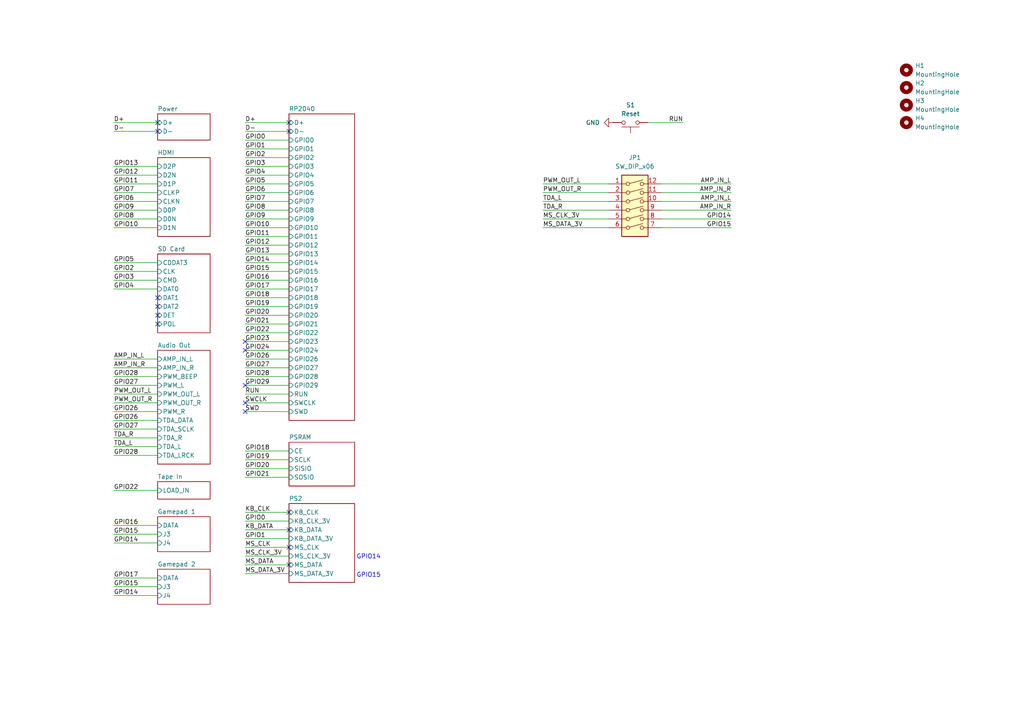
<source format=kicad_sch>
(kicad_sch (version 20250114) (generator "eeschema") (generator_version "9.0")
  (paper "A4")
  (title_block (title "MiniFRANK RM1") (date "2025-04-01") (rev "2.03") (company "Mikhail Matveev") (comment 1 "https://github.com/xtremespb/frank"))
  (lib_symbols
    (symbol "GND_1" (power) (pin_numbers (hide yes)) (pin_names (offset 0) (hide yes))
      (property "Value" "GND" (at 0 -3.81 0))
      (symbol "GND_1_0_1"
        (polyline (pts (xy 0 0) (xy 0 -1.27) (xy 1.27 -1.27) (xy 0 -2.54) (xy -1.27 -1.27) (xy 0 -1.27)))
      )
      (symbol "GND_1_1_1"
        (pin power_in line (at 0 0 270) (length 0) (name "~") (number "1"))
      )
    )
    (symbol "Mechanical:MountingHole" (pin_names (offset 1.016)) (exclude_from_sim yes) (in_bom no)
      (property "Reference" "H" (at 0 5.08 0))
      (property "Value" "MountingHole" (at 0 3.175 0))
      (symbol "MountingHole_0_1"
        (circle (center 0 0) (radius 1.27) (stroke (width 1.27)))
      )
    )
    (symbol "Switch:SW_DIP_x06" (pin_names (offset 0) (hide yes))
      (property "Reference" "SW" (at 0 11.43 0))
      (property "Value" "SW_DIP_x06" (at 0 -8.89 0))
      (symbol "SW_DIP_x06_0_0"
        (circle (center -2.032 7.62) (radius 0.508))
        (circle (center -2.032 5.08) (radius 0.508))
        (circle (center -2.032 2.54) (radius 0.508))
        (circle (center -2.032 0) (radius 0.508))
        (circle (center -2.032 -2.54) (radius 0.508))
        (circle (center -2.032 -5.08) (radius 0.508))
        (polyline (pts (xy -1.524 7.747) (xy 2.3622 8.7884)))
        (polyline (pts (xy -1.524 5.207) (xy 2.3622 6.2484)))
        (polyline (pts (xy -1.524 2.667) (xy 2.3622 3.7084)))
        (polyline (pts (xy -1.524 0.127) (xy 2.3622 1.1684)))
        (polyline (pts (xy -1.524 -2.3876) (xy 2.3622 -1.3462)))
        (polyline (pts (xy -1.524 -4.9276) (xy 2.3622 -3.8862)))
        (circle (center 2.032 7.62) (radius 0.508))
        (circle (center 2.032 5.08) (radius 0.508))
        (circle (center 2.032 2.54) (radius 0.508))
        (circle (center 2.032 0) (radius 0.508))
        (circle (center 2.032 -2.54) (radius 0.508))
        (circle (center 2.032 -5.08) (radius 0.508))
      )
      (symbol "SW_DIP_x06_0_1"
        (rectangle (start -3.81 10.16) (end 3.81 -7.62) (stroke (width 0.254)) (fill (type background)))
      )
      (symbol "SW_DIP_x06_1_1"
        (pin passive line (at -7.62 7.62 0) (length 5.08) (name "~") (number "1"))
        (pin passive line (at -7.62 5.08 0) (length 5.08) (name "~") (number "2"))
        (pin passive line (at -7.62 2.54 0) (length 5.08) (name "~") (number "3"))
        (pin passive line (at -7.62 0 0) (length 5.08) (name "~") (number "4"))
        (pin passive line (at -7.62 -2.54 0) (length 5.08) (name "~") (number "5"))
        (pin passive line (at -7.62 -5.08 0) (length 5.08) (name "~") (number "6"))
        (pin passive line (at 7.62 7.62 180) (length 5.08) (name "~") (number "12"))
        (pin passive line (at 7.62 5.08 180) (length 5.08) (name "~") (number "11"))
        (pin passive line (at 7.62 2.54 180) (length 5.08) (name "~") (number "10"))
        (pin passive line (at 7.62 0 180) (length 5.08) (name "~") (number "9"))
        (pin passive line (at 7.62 -2.54 180) (length 5.08) (name "~") (number "8"))
        (pin passive line (at 7.62 -5.08 180) (length 5.08) (name "~") (number "7"))
      )
    )
    (symbol "Switch:SW_Push" (pin_numbers (hide yes)) (pin_names (offset 1.016) (hide yes))
      (property "Reference" "SW" (at 1.27 2.54 0))
      (property "Value" "SW_Push" (at 0 -1.524 0))
      (symbol "SW_Push_0_1"
        (circle (center -2.032 0) (radius 0.508))
        (polyline (pts (xy 0 1.27) (xy 0 3.048)))
        (circle (center 2.032 0) (radius 0.508))
        (polyline (pts (xy 2.54 1.27) (xy -2.54 1.27)))
        (pin passive line (at -5.08 0 0) (length 2.54) (name "1") (number "1"))
        (pin passive line (at 5.08 0 180) (length 2.54) (name "2") (number "2"))
      )
    )
  )
  (text "GPIO15" (at 106.934 166.878 0) (effects (font (size 1.27 1.27))))
  (text "GPIO14" (at 106.934 161.544 0) (effects (font (size 1.27 1.27))))
  (no_connect (at 83.82 35.56))
  (no_connect (at 45.72 38.1))
  (no_connect (at 83.82 158.75))
  (no_connect (at 71.12 116.84))
  (no_connect (at 83.82 148.59))
  (no_connect (at 45.72 86.36))
  (no_connect (at 71.12 99.06))
  (no_connect (at 45.72 93.98))
  (no_connect (at 45.72 35.56))
  (no_connect (at 45.72 91.44))
  (no_connect (at 83.82 153.67))
  (no_connect (at 83.82 38.1))
  (no_connect (at 71.12 101.6))
  (no_connect (at 45.72 88.9))
  (no_connect (at 83.82 163.83))
  (no_connect (at 71.12 119.38))
  (no_connect (at 71.12 111.76))
  (wire (pts (xy 33.02 83.82) (xy 45.72 83.82)))
  (wire (pts (xy 191.77 60.96) (xy 212.09 60.96)))
  (wire (pts (xy 71.12 93.98) (xy 83.82 93.98)))
  (wire (pts (xy 71.12 104.14) (xy 83.82 104.14)))
  (wire (pts (xy 33.02 157.48) (xy 45.72 157.48)))
  (wire (pts (xy 71.12 166.37) (xy 83.82 166.37)))
  (wire (pts (xy 71.12 71.12) (xy 83.82 71.12)))
  (wire (pts (xy 33.02 106.68) (xy 45.72 106.68)))
  (wire (pts (xy 71.12 83.82) (xy 83.82 83.82)))
  (wire (pts (xy 71.12 151.13) (xy 83.82 151.13)))
  (wire (pts (xy 71.12 116.84) (xy 83.82 116.84)))
  (wire (pts (xy 71.12 45.72) (xy 83.82 45.72)))
  (wire (pts (xy 71.12 68.58) (xy 83.82 68.58)))
  (wire (pts (xy 71.12 53.34) (xy 83.82 53.34)))
  (wire (pts (xy 191.77 53.34) (xy 212.09 53.34)))
  (wire (pts (xy 71.12 101.6) (xy 83.82 101.6)))
  (wire (pts (xy 157.48 58.42) (xy 176.53 58.42)))
  (wire (pts (xy 71.12 35.56) (xy 83.82 35.56)))
  (wire (pts (xy 71.12 91.44) (xy 83.82 91.44)))
  (wire (pts (xy 33.02 66.04) (xy 45.72 66.04)))
  (wire (pts (xy 187.96 35.56) (xy 198.12 35.56)))
  (wire (pts (xy 157.48 66.04) (xy 176.53 66.04)))
  (wire (pts (xy 71.12 50.8) (xy 83.82 50.8)))
  (wire (pts (xy 71.12 148.59) (xy 83.82 148.59)))
  (wire (pts (xy 71.12 156.21) (xy 83.82 156.21)))
  (wire (pts (xy 33.02 60.96) (xy 45.72 60.96)))
  (wire (pts (xy 33.02 50.8) (xy 45.72 50.8)))
  (wire (pts (xy 33.02 152.4) (xy 45.72 152.4)))
  (wire (pts (xy 33.02 48.26) (xy 45.72 48.26)))
  (wire (pts (xy 33.02 55.88) (xy 45.72 55.88)))
  (wire (pts (xy 71.12 38.1) (xy 83.82 38.1)))
  (wire (pts (xy 33.02 116.84) (xy 45.72 116.84)))
  (wire (pts (xy 191.77 66.04) (xy 212.09 66.04)))
  (wire (pts (xy 33.02 114.3) (xy 45.72 114.3)))
  (wire (pts (xy 33.02 81.28) (xy 45.72 81.28)))
  (wire (pts (xy 71.12 48.26) (xy 83.82 48.26)))
  (wire (pts (xy 33.02 111.76) (xy 45.72 111.76)))
  (wire (pts (xy 71.12 86.36) (xy 83.82 86.36)))
  (wire (pts (xy 71.12 130.81) (xy 83.82 130.81)))
  (wire (pts (xy 33.02 121.92) (xy 45.72 121.92)))
  (wire (pts (xy 33.02 154.94) (xy 45.72 154.94)))
  (wire (pts (xy 33.02 142.24) (xy 45.72 142.24)))
  (wire (pts (xy 71.12 43.18) (xy 83.82 43.18)))
  (wire (pts (xy 157.48 53.34) (xy 176.53 53.34)))
  (wire (pts (xy 33.02 119.38) (xy 45.72 119.38)))
  (wire (pts (xy 33.02 53.34) (xy 45.72 53.34)))
  (wire (pts (xy 191.77 58.42) (xy 212.09 58.42)))
  (wire (pts (xy 33.02 63.5) (xy 45.72 63.5)))
  (wire (pts (xy 191.77 55.88) (xy 212.09 55.88)))
  (wire (pts (xy 33.02 132.08) (xy 45.72 132.08)))
  (wire (pts (xy 157.48 60.96) (xy 176.53 60.96)))
  (wire (pts (xy 71.12 158.75) (xy 83.82 158.75)))
  (wire (pts (xy 71.12 60.96) (xy 83.82 60.96)))
  (wire (pts (xy 71.12 96.52) (xy 83.82 96.52)))
  (wire (pts (xy 33.02 78.74) (xy 45.72 78.74)))
  (wire (pts (xy 71.12 133.35) (xy 83.82 133.35)))
  (wire (pts (xy 33.02 167.64) (xy 45.72 167.64)))
  (wire (pts (xy 157.48 55.88) (xy 176.53 55.88)))
  (wire (pts (xy 71.12 78.74) (xy 83.82 78.74)))
  (wire (pts (xy 33.02 76.2) (xy 45.72 76.2)))
  (wire (pts (xy 71.12 81.28) (xy 83.82 81.28)))
  (wire (pts (xy 71.12 63.5) (xy 83.82 63.5)))
  (wire (pts (xy 71.12 88.9) (xy 83.82 88.9)))
  (wire (pts (xy 191.77 63.5) (xy 212.09 63.5)))
  (wire (pts (xy 33.02 38.1) (xy 45.72 38.1)))
  (wire (pts (xy 71.12 135.89) (xy 83.82 135.89)))
  (wire (pts (xy 71.12 114.3) (xy 83.82 114.3)))
  (wire (pts (xy 33.02 35.56) (xy 45.72 35.56)))
  (wire (pts (xy 33.02 172.72) (xy 45.72 172.72)))
  (wire (pts (xy 71.12 119.38) (xy 83.82 119.38)))
  (wire (pts (xy 71.12 111.76) (xy 83.82 111.76)))
  (wire (pts (xy 33.02 124.46) (xy 45.72 124.46)))
  (wire (pts (xy 33.02 104.14) (xy 45.72 104.14)))
  (wire (pts (xy 33.02 58.42) (xy 45.72 58.42)))
  (wire (pts (xy 71.12 55.88) (xy 83.82 55.88)))
  (wire (pts (xy 71.12 99.06) (xy 83.82 99.06)))
  (wire (pts (xy 71.12 58.42) (xy 83.82 58.42)))
  (wire (pts (xy 71.12 138.43) (xy 83.82 138.43)))
  (wire (pts (xy 71.12 66.04) (xy 83.82 66.04)))
  (wire (pts (xy 71.12 73.66) (xy 83.82 73.66)))
  (wire (pts (xy 71.12 40.64) (xy 83.82 40.64)))
  (wire (pts (xy 71.12 76.2) (xy 83.82 76.2)))
  (wire (pts (xy 71.12 109.22) (xy 83.82 109.22)))
  (wire (pts (xy 71.12 163.83) (xy 83.82 163.83)))
  (wire (pts (xy 33.02 129.54) (xy 45.72 129.54)))
  (wire (pts (xy 33.02 127) (xy 45.72 127)))
  (wire (pts (xy 157.48 63.5) (xy 176.53 63.5)))
  (wire (pts (xy 71.12 106.68) (xy 83.82 106.68)))
  (wire (pts (xy 33.02 109.22) (xy 45.72 109.22)))
  (wire (pts (xy 71.12 161.29) (xy 83.82 161.29)))
  (wire (pts (xy 71.12 153.67) (xy 83.82 153.67)))
  (wire (pts (xy 33.02 170.18) (xy 45.72 170.18)))
  (label "GPIO26" (at 33.02 119.38 0))
  (label "TDA_L" (at 157.48 58.42 0))
  (label "GPIO2" (at 33.02 78.74 0))
  (label "GPIO12" (at 33.02 50.8 0))
  (label "GPIO27" (at 71.12 106.68 0))
  (label "GPIO1" (at 71.12 43.18 0))
  (label "GPIO20" (at 71.12 91.44 0))
  (label "GPIO17" (at 33.02 167.64 0))
  (label "GPIO21" (at 71.12 93.98 0))
  (label "GPIO14" (at 71.12 76.2 0))
  (label "AMP_IN_L" (at 33.02 104.14 0))
  (label "GPIO15" (at 71.12 78.74 0))
  (label "GPIO3" (at 33.02 81.28 0))
  (label "PWM_OUT_R" (at 33.02 116.84 0))
  (label "GPIO9" (at 71.12 63.5 0))
  (label "GPIO27" (at 33.02 124.46 0))
  (label "MS_DATA_3V" (at 157.48 66.04 0))
  (label "GPIO7" (at 33.02 55.88 0))
  (label "GPIO10" (at 71.12 66.04 0))
  (label "D-" (at 33.02 38.1 0))
  (label "GPIO19" (at 71.12 133.35 0))
  (label "GPIO18" (at 71.12 86.36 0))
  (label "GPIO16" (at 33.02 152.4 0))
  (label "AMP_IN_L" (at 212.09 53.34 180))
  (label "KB_CLK" (at 71.12 148.59 0))
  (label "GPIO22" (at 71.12 96.52 0))
  (label "RUN" (at 71.12 114.3 0))
  (label "SWCLK" (at 71.12 116.84 0))
  (label "GPIO23" (at 71.12 99.06 0))
  (label "GPIO4" (at 33.02 83.82 0))
  (label "AMP_IN_L" (at 212.09 58.42 180))
  (label "GPIO17" (at 71.12 83.82 0))
  (label "D+" (at 71.12 35.56 0))
  (label "GPIO7" (at 71.12 58.42 0))
  (label "GPIO14" (at 33.02 157.48 0))
  (label "GPIO10" (at 33.02 66.04 0))
  (label "GPIO21" (at 71.12 138.43 0))
  (label "GPIO28" (at 71.12 109.22 0))
  (label "AMP_IN_R" (at 212.09 60.96 180))
  (label "PWM_OUT_L" (at 157.48 53.34 0))
  (label "GPIO3" (at 71.12 48.26 0))
  (label "GPIO1" (at 71.12 156.21 0))
  (label "GPIO19" (at 71.12 88.9 0))
  (label "GPIO0" (at 71.12 151.13 0))
  (label "GPIO15" (at 212.09 66.04 180))
  (label "GPIO4" (at 71.12 50.8 0))
  (label "PWM_OUT_R" (at 157.48 55.88 0))
  (label "GPIO14" (at 212.09 63.5 180))
  (label "GPIO24" (at 71.12 101.6 0))
  (label "TDA_L" (at 33.02 129.54 0))
  (label "GPIO18" (at 71.12 130.81 0))
  (label "TDA_R" (at 33.02 127 0))
  (label "GPIO9" (at 33.02 60.96 0))
  (label "AMP_IN_R" (at 212.09 55.88 180))
  (label "MS_CLK" (at 71.12 158.75 0))
  (label "GPIO2" (at 71.12 45.72 0))
  (label "GPIO29" (at 71.12 111.76 0))
  (label "GPIO26" (at 33.02 121.92 0))
  (label "GPIO8" (at 33.02 63.5 0))
  (label "D+" (at 33.02 35.56 0))
  (label "GPIO16" (at 71.12 81.28 0))
  (label "GPIO12" (at 71.12 71.12 0))
  (label "MS_CLK_3V" (at 157.48 63.5 0))
  (label "GPIO6" (at 33.02 58.42 0))
  (label "GPIO11" (at 33.02 53.34 0))
  (label "MS_DATA_3V" (at 71.12 166.37 0))
  (label "GPIO15" (at 33.02 154.94 0))
  (label "GPIO26" (at 71.12 104.14 0))
  (label "GPIO5" (at 71.12 53.34 0))
  (label "GPIO28" (at 33.02 109.22 0))
  (label "GPIO27" (at 33.02 111.76 0))
  (label "GPIO14" (at 33.02 172.72 0))
  (label "MS_CLK_3V" (at 71.12 161.29 0))
  (label "GPIO5" (at 33.02 76.2 0))
  (label "PWM_OUT_L" (at 33.02 114.3 0))
  (label "GPIO20" (at 71.12 135.89 0))
  (label "GPIO15" (at 33.02 170.18 0))
  (label "GPIO22" (at 33.02 142.24 0))
  (label "GPIO8" (at 71.12 60.96 0))
  (label "RUN" (at 198.12 35.56 180))
  (label "MS_DATA" (at 71.12 163.83 0))
  (label "GPIO11" (at 71.12 68.58 0))
  (label "GPIO13" (at 33.02 48.26 0))
  (label "TDA_R" (at 157.48 60.96 0))
  (label "GPIO28" (at 33.02 132.08 0))
  (label "AMP_IN_R" (at 33.02 106.68 0))
  (label "GPIO13" (at 71.12 73.66 0))
  (label "KB_DATA" (at 71.12 153.67 0))
  (label "D-" (at 71.12 38.1 0))
  (label "GPIO6" (at 71.12 55.88 0))
  (label "SWD" (at 71.12 119.38 0))
  (label "GPIO0" (at 71.12 40.64 0))
  (symbol (lib_name "GND_1") (lib_id "power:GND") (at 177.8 35.56 270) (unit 1)
    (property "Reference" "#PWR01" (effects (hide yes)))
    (property "Value" "GND" (at 173.99 35.5599 90) (effects (justify right)))
    (property "Description" "Power symbol creates a global label with name \"GND\" , ground" (effects (hide yes)))
  )
  (symbol (lib_id "Switch:SW_Push") (at 182.88 35.56 180) (unit 1)
    (property "Reference" "S1" (at 182.88 30.48 0))
    (property "Value" "Reset" (at 182.88 33.02 0))
    (property "Footprint" "FRANK:Button (SMD, 3x3mm, 1-1)" (effects (hide yes)))
    (property "Datasheet" "https://parts4laptops.eu/en/microbuttons/3300-microbutton-tact-switch-ts-1233-33x33x15mm-smt-mounting.html" (effects (hide yes)))
    (property "AliExpress" "https://www.aliexpress.com/item/1005007359248990.html" (effects (hide yes)))
  )
  (symbol (lib_id "Mechanical:MountingHole") (at 262.89 30.48 0) (unit 1) (exclude_from_sim yes) (in_bom no)
    (property "Reference" "H3" (at 265.43 29.2099 0) (effects (justify left)))
    (property "Value" "MountingHole" (at 265.43 31.7499 0) (effects (justify left)))
    (property "Footprint" "FRANK:Mounting Hole (2.7mm)" (effects (hide yes)))
    (property "Description" "Mounting Hole without connection" (effects (hide yes)))
  )
  (symbol (lib_id "Mechanical:MountingHole") (at 262.89 25.4 0) (unit 1) (exclude_from_sim yes) (in_bom no)
    (property "Reference" "H2" (at 265.43 24.1299 0) (effects (justify left)))
    (property "Value" "MountingHole" (at 265.43 26.6699 0) (effects (justify left)))
    (property "Footprint" "FRANK:Mounting Hole (2.7mm)" (effects (hide yes)))
    (property "Description" "Mounting Hole without connection" (effects (hide yes)))
  )
  (symbol (lib_id "Mechanical:MountingHole") (at 262.89 35.56 0) (unit 1) (exclude_from_sim yes) (in_bom no)
    (property "Reference" "H4" (at 265.43 34.2899 0) (effects (justify left)))
    (property "Value" "MountingHole" (at 265.43 36.8299 0) (effects (justify left)))
    (property "Footprint" "FRANK:Mounting Hole (2.7mm)" (effects (hide yes)))
    (property "Description" "Mounting Hole without connection" (effects (hide yes)))
  )
  (symbol (lib_id "Mechanical:MountingHole") (at 262.89 20.32 0) (unit 1) (exclude_from_sim yes) (in_bom no)
    (property "Reference" "H1" (at 265.43 19.0499 0) (effects (justify left)))
    (property "Value" "MountingHole" (at 265.43 21.5899 0) (effects (justify left)))
    (property "Footprint" "FRANK:Mounting Hole (2.7mm)" (effects (hide yes)))
    (property "Description" "Mounting Hole without connection" (effects (hide yes)))
  )
  (symbol (lib_id "Switch:SW_DIP_x06") (at 184.15 60.96 0) (unit 1)
    (property "Reference" "JP1" (at 184.15 45.72 0))
    (property "Value" "SW_DIP_x06" (at 184.15 48.26 0))
    (property "Footprint" "FRANK:DIP Switch (6)" (effects (hide yes)))
    (property "Description" "6x DIP Switch, Single Pole Single Throw (SPST) switch, small symbol" (effects (hide yes)))
  )
  (sheet (at 45.72 45.72) (size 15.24 22.86) (stroke (width 0.1524))
    (property "Sheetname" "HDMI" (at 45.72 45.0084 0) (effects (justify left bottom)))
    (property "Sheetfile" "hdmi.kicad_sch" (effects (hide yes)))
    (pin "D2P" input (at 45.72 48.26 180))
    (pin "D2N" input (at 45.72 50.8 180))
    (pin "D1P" input (at 45.72 53.34 180))
    (pin "CLKP" input (at 45.72 55.88 180))
    (pin "CLKN" input (at 45.72 58.42 180))
    (pin "D0P" input (at 45.72 60.96 180))
    (pin "D0N" input (at 45.72 63.5 180))
    (pin "D1N" input (at 45.72 66.04 180))
  )
  (sheet (at 45.72 149.86) (size 15.24 10.16) (stroke (width 0.1524))
    (property "Sheetname" "Gamepad 1" (at 45.72 149.1484 0) (effects (justify left bottom)))
    (property "Sheetfile" "gamepad.kicad_sch" (effects (hide yes)))
    (pin "DATA" input (at 45.72 152.4 180))
    (pin "J3" input (at 45.72 154.94 180))
    (pin "J4" input (at 45.72 157.48 180))
  )
  (sheet (at 83.82 146.05) (size 19.05 22.86) (stroke (width 0.1524))
    (property "Sheetname" "PS2" (at 83.82 145.3384 0) (effects (justify left bottom)))
    (property "Sheetfile" "ps2.kicad_sch" (effects (hide yes)))
    (pin "KB_CLK" input (at 83.82 148.59 180))
    (pin "KB_CLK_3V" input (at 83.82 151.13 180))
    (pin "KB_DATA" input (at 83.82 153.67 180))
    (pin "KB_DATA_3V" input (at 83.82 156.21 180))
    (pin "MS_CLK" input (at 83.82 158.75 180))
    (pin "MS_CLK_3V" input (at 83.82 161.29 180))
    (pin "MS_DATA" input (at 83.82 163.83 180))
    (pin "MS_DATA_3V" input (at 83.82 166.37 180))
  )
  (sheet (at 83.82 33.02) (size 19.05 88.9) (stroke (width 0.1524))
    (property "Sheetname" "RP2040" (at 83.82 32.3084 0) (effects (justify left bottom)))
    (property "Sheetfile" "rp2040.kicad_sch" (effects (hide yes)))
    (pin "D+" input (at 83.82 35.56 180))
    (pin "D-" input (at 83.82 38.1 180))
    (pin "GPIO0" input (at 83.82 40.64 180))
    (pin "GPIO1" input (at 83.82 43.18 180))
    (pin "GPIO2" input (at 83.82 45.72 180))
    (pin "GPIO3" input (at 83.82 48.26 180))
    (pin "GPIO4" input (at 83.82 50.8 180))
    (pin "GPIO5" input (at 83.82 53.34 180))
    (pin "GPIO6" input (at 83.82 55.88 180))
    (pin "GPIO7" input (at 83.82 58.42 180))
    (pin "GPIO8" input (at 83.82 60.96 180))
    (pin "GPIO9" input (at 83.82 63.5 180))
    (pin "GPIO10" input (at 83.82 66.04 180))
    (pin "GPIO11" input (at 83.82 68.58 180))
    (pin "GPIO12" input (at 83.82 71.12 180))
    (pin "GPIO13" input (at 83.82 73.66 180))
    (pin "GPIO14" input (at 83.82 76.2 180))
    (pin "GPIO15" input (at 83.82 78.74 180))
    (pin "GPIO16" input (at 83.82 81.28 180))
    (pin "GPIO17" input (at 83.82 83.82 180))
    (pin "GPIO18" input (at 83.82 86.36 180))
    (pin "GPIO19" input (at 83.82 88.9 180))
    (pin "GPIO20" input (at 83.82 91.44 180))
    (pin "GPIO21" input (at 83.82 93.98 180))
    (pin "GPIO22" input (at 83.82 96.52 180))
    (pin "GPIO23" input (at 83.82 99.06 180))
    (pin "GPIO24" input (at 83.82 101.6 180))
    (pin "GPIO26" input (at 83.82 104.14 180))
    (pin "GPIO27" input (at 83.82 106.68 180))
    (pin "GPIO28" input (at 83.82 109.22 180))
    (pin "GPIO29" input (at 83.82 111.76 180))
    (pin "RUN" input (at 83.82 114.3 180))
    (pin "SWCLK" input (at 83.82 116.84 180))
    (pin "SWD" input (at 83.82 119.38 180))
  )
  (sheet (at 45.72 101.6) (size 15.24 33.02) (stroke (width 0.1524))
    (property "Sheetname" "Audio Out" (at 45.72 100.8884 0) (effects (justify left bottom)))
    (property "Sheetfile" "audio.kicad_sch" (effects (hide yes)))
    (pin "AMP_IN_L" input (at 45.72 104.14 180))
    (pin "AMP_IN_R" input (at 45.72 106.68 180))
    (pin "PWM_BEEP" input (at 45.72 109.22 180))
    (pin "PWM_L" input (at 45.72 111.76 180))
    (pin "PWM_OUT_L" input (at 45.72 114.3 180))
    (pin "PWM_OUT_R" input (at 45.72 116.84 180))
    (pin "PWM_R" input (at 45.72 119.38 180))
    (pin "TDA_DATA" input (at 45.72 121.92 180))
    (pin "TDA_L" input (at 45.72 129.54 180))
    (pin "TDA_LRCK" input (at 45.72 132.08 180))
    (pin "TDA_R" input (at 45.72 127 180))
    (pin "TDA_SCLK" input (at 45.72 124.46 180))
  )
  (sheet (at 45.72 33.02) (size 15.24 7.62) (stroke (width 0.1524))
    (property "Sheetname" "Power" (at 45.72 32.3084 0) (effects (justify left bottom)))
    (property "Sheetfile" "power.kicad_sch" (effects (hide yes)))
    (pin "D+" input (at 45.72 35.56 180))
    (pin "D-" input (at 45.72 38.1 180))
  )
  (sheet (at 45.72 139.7) (size 15.24 5.08) (stroke (width 0.1524))
    (property "Sheetname" "Tape In" (at 45.72 138.9884 0) (effects (justify left bottom)))
    (property "Sheetfile" "tape.kicad_sch" (effects (hide yes)))
    (pin "LOAD_IN" input (at 45.72 142.24 180))
  )
  (sheet (at 45.72 165.1) (size 15.24 10.16) (stroke (width 0.1524))
    (property "Sheetname" "Gamepad 2" (at 45.72 164.3884 0) (effects (justify left bottom)))
    (property "Sheetfile" "gamepad.kicad_sch" (effects (hide yes)))
    (pin "DATA" input (at 45.72 167.64 180))
    (pin "J3" input (at 45.72 170.18 180))
    (pin "J4" input (at 45.72 172.72 180))
  )
  (sheet (at 45.72 73.66) (size 15.24 22.86) (stroke (width 0.1524))
    (property "Sheetname" "SD Card" (at 45.72 72.9484 0) (effects (justify left bottom)))
    (property "Sheetfile" "sd.kicad_sch" (effects (hide yes)))
    (pin "CDDAT3" input (at 45.72 76.2 180))
    (pin "CLK" input (at 45.72 78.74 180))
    (pin "CMD" input (at 45.72 81.28 180))
    (pin "DAT0" input (at 45.72 83.82 180))
    (pin "DAT1" input (at 45.72 86.36 180))
    (pin "DAT2" input (at 45.72 88.9 180))
    (pin "DET" input (at 45.72 91.44 180))
    (pin "POL" input (at 45.72 93.98 180))
  )
  (sheet (at 83.82 128.27) (size 19.05 12.7) (stroke (width 0.1524))
    (property "Sheetname" "PSRAM" (at 83.82 127.5584 0) (effects (justify left bottom)))
    (property "Sheetfile" "psram.kicad_sch" (effects (hide yes)))
    (pin "CE" input (at 83.82 130.81 180))
    (pin "SCLK" input (at 83.82 133.35 180))
    (pin "SISIO" input (at 83.82 135.89 180))
    (pin "SOSIO" input (at 83.82 138.43 180))
  )
)
</source>
